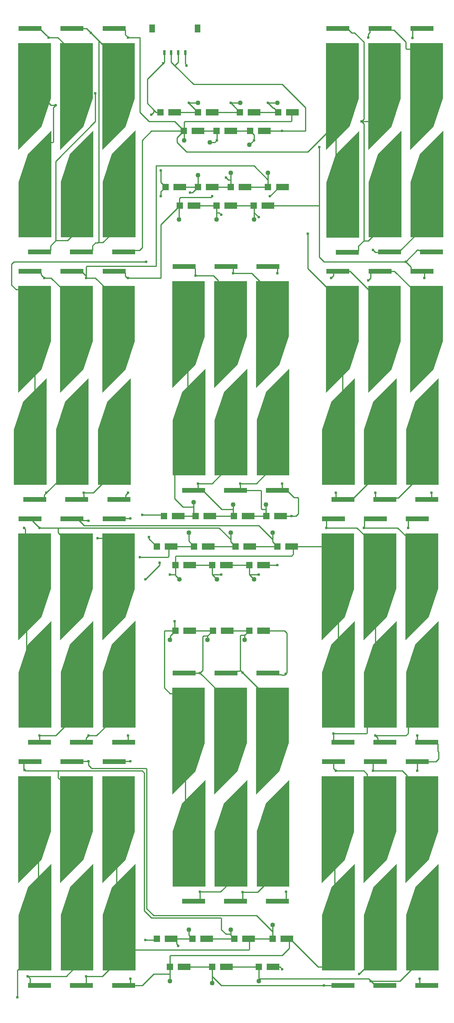
<source format=gtl>
G04*
G04 #@! TF.GenerationSoftware,Altium Limited,Altium Designer,19.1.9 (167)*
G04*
G04 Layer_Physical_Order=1*
G04 Layer_Color=255*
%FSLAX44Y44*%
%MOMM*%
G71*
G01*
G75*
%ADD12C,0.2540*%
%ADD13R,1.4001X1.4001*%
%ADD14R,2.7000X1.4001*%
%ADD15C,1.5240*%
%ADD16R,5.0000X1.0000*%
%ADD17R,1.5240X1.5240*%
%ADD18R,1.2500X1.8000*%
%ADD19R,0.6000X1.0000*%
%ADD20C,1.0160*%
%ADD29C,0.6000*%
G36*
X924440Y899340D02*
X904440Y839340D01*
X854440Y789340D01*
Y1017940D01*
X924440D01*
Y899340D01*
D02*
G37*
G36*
X834440D02*
X814440Y839340D01*
X764440Y789340D01*
Y1017940D01*
X834440D01*
Y899340D01*
D02*
G37*
G36*
X744440D02*
X724440Y839340D01*
X674440Y789340D01*
Y1017940D01*
X744440D01*
Y899340D01*
D02*
G37*
G36*
X274440D02*
X254440Y839340D01*
X204440Y789340D01*
Y1017940D01*
X274440D01*
Y899340D01*
D02*
G37*
G36*
X184440D02*
X164440Y839340D01*
X114440Y789340D01*
Y1017940D01*
X184440D01*
Y899340D01*
D02*
G37*
G36*
X94440D02*
X74440Y839340D01*
X24440Y789340D01*
Y1017940D01*
X94440D01*
Y899340D01*
D02*
G37*
G36*
X925560Y602060D02*
X855560D01*
Y720660D01*
X875560Y780660D01*
X925560Y830660D01*
Y602060D01*
D02*
G37*
G36*
X835560D02*
X765560D01*
Y720660D01*
X785560Y780660D01*
X835560Y830660D01*
Y602060D01*
D02*
G37*
G36*
X745560D02*
X675560D01*
Y720660D01*
X695560Y780660D01*
X745560Y830660D01*
Y602060D01*
D02*
G37*
G36*
X275560D02*
X205560D01*
Y720660D01*
X225560Y780660D01*
X275560Y830660D01*
Y602060D01*
D02*
G37*
G36*
X185560D02*
X115560D01*
Y720660D01*
X135560Y780660D01*
X185560Y830660D01*
Y602060D01*
D02*
G37*
G36*
X95560D02*
X25560D01*
Y720660D01*
X45560Y780660D01*
X95560Y830660D01*
Y602060D01*
D02*
G37*
G36*
X604440Y569340D02*
X584440Y509340D01*
X534440Y459340D01*
Y687940D01*
X604440D01*
Y569340D01*
D02*
G37*
G36*
X514440D02*
X494440Y509340D01*
X444440Y459340D01*
Y687940D01*
X514440D01*
Y569340D01*
D02*
G37*
G36*
X424440D02*
X404440Y509340D01*
X354440Y459340D01*
Y687940D01*
X424440D01*
Y569340D01*
D02*
G37*
G36*
X274440Y379340D02*
X254440Y319340D01*
X204440Y269340D01*
Y497940D01*
X274440D01*
Y379340D01*
D02*
G37*
G36*
X184440D02*
X164440Y319340D01*
X114440Y269340D01*
Y497940D01*
X184440D01*
Y379340D01*
D02*
G37*
G36*
X94440D02*
X74440Y319340D01*
X24440Y269340D01*
Y497940D01*
X94440D01*
Y379340D01*
D02*
G37*
G36*
X924440Y379340D02*
X904440Y319340D01*
X854440Y269340D01*
Y497940D01*
X924440D01*
Y379340D01*
D02*
G37*
G36*
X834440D02*
X814440Y319340D01*
X764440Y269340D01*
Y497940D01*
X834440D01*
Y379340D01*
D02*
G37*
G36*
X744440D02*
X724440Y319340D01*
X674440Y269340D01*
Y497940D01*
X744440D01*
Y379340D01*
D02*
G37*
G36*
X605560Y262060D02*
X535560D01*
Y380660D01*
X555560Y440660D01*
X605560Y490660D01*
Y262060D01*
D02*
G37*
G36*
X515560D02*
X445560D01*
Y380660D01*
X465560Y440660D01*
X515560Y490660D01*
Y262060D01*
D02*
G37*
G36*
X425560D02*
X355560D01*
Y380660D01*
X375560Y440660D01*
X425560Y490660D01*
Y262060D01*
D02*
G37*
G36*
X275560Y82060D02*
X205560D01*
Y200660D01*
X225560Y260660D01*
X275560Y310660D01*
Y82060D01*
D02*
G37*
G36*
X185560D02*
X115560D01*
Y200660D01*
X135560Y260660D01*
X185560Y310660D01*
Y82060D01*
D02*
G37*
G36*
X95560D02*
X25560D01*
Y200660D01*
X45560Y260660D01*
X95560Y310660D01*
Y82060D01*
D02*
G37*
G36*
X925560Y82060D02*
X855560D01*
Y200660D01*
X875560Y260660D01*
X925560Y310660D01*
Y82060D01*
D02*
G37*
G36*
X835560D02*
X765560D01*
Y200660D01*
X785560Y260660D01*
X835560Y310660D01*
Y82060D01*
D02*
G37*
G36*
X745560D02*
X675560D01*
Y200660D01*
X695560Y260660D01*
X745560Y310660D01*
Y82060D01*
D02*
G37*
G36*
X934440Y1949340D02*
X914440Y1889340D01*
X864440Y1839340D01*
Y2067940D01*
X934440D01*
Y1949340D01*
D02*
G37*
G36*
X844440D02*
X824440Y1889340D01*
X774440Y1839340D01*
Y2067940D01*
X844440D01*
Y1949340D01*
D02*
G37*
G36*
X754440D02*
X734440Y1889340D01*
X684440Y1839340D01*
Y2067940D01*
X754440D01*
Y1949340D01*
D02*
G37*
G36*
X274440D02*
X254440Y1889340D01*
X204440Y1839340D01*
Y2067940D01*
X274440D01*
Y1949340D01*
D02*
G37*
G36*
X184440D02*
X164440Y1889340D01*
X114440Y1839340D01*
Y2067940D01*
X184440D01*
Y1949340D01*
D02*
G37*
G36*
X94440D02*
X74440Y1889340D01*
X24440Y1839340D01*
Y2067940D01*
X94440D01*
Y1949340D01*
D02*
G37*
G36*
X935560Y1652060D02*
X865560D01*
Y1770660D01*
X885560Y1830660D01*
X935560Y1880660D01*
Y1652060D01*
D02*
G37*
G36*
X845560D02*
X775560D01*
Y1770660D01*
X795560Y1830660D01*
X845560Y1880660D01*
Y1652060D01*
D02*
G37*
G36*
X275560D02*
X205560D01*
Y1770660D01*
X225560Y1830660D01*
X275560Y1880660D01*
Y1652060D01*
D02*
G37*
G36*
X185560D02*
X115560D01*
Y1770660D01*
X135560Y1830660D01*
X185560Y1880660D01*
Y1652060D01*
D02*
G37*
G36*
X95560D02*
X25560D01*
Y1770660D01*
X45560Y1830660D01*
X95560Y1880660D01*
Y1652060D01*
D02*
G37*
G36*
X755000Y1651400D02*
X685000D01*
Y1770000D01*
X705000Y1830000D01*
X755000Y1880000D01*
Y1651400D01*
D02*
G37*
G36*
X604440Y1439340D02*
X584440Y1379340D01*
X534440Y1329340D01*
Y1557940D01*
X604440D01*
Y1439340D01*
D02*
G37*
G36*
X514440D02*
X494440Y1379340D01*
X444440Y1329340D01*
Y1557940D01*
X514440D01*
Y1439340D01*
D02*
G37*
G36*
X424440D02*
X404440Y1379340D01*
X354440Y1329340D01*
Y1557940D01*
X424440D01*
Y1439340D01*
D02*
G37*
G36*
X934440Y1429340D02*
X914440Y1369340D01*
X864440Y1319340D01*
Y1547940D01*
X934440D01*
Y1429340D01*
D02*
G37*
G36*
X844440D02*
X824440Y1369340D01*
X774440Y1319340D01*
Y1547940D01*
X844440D01*
Y1429340D01*
D02*
G37*
G36*
X754440D02*
X734440Y1369340D01*
X684440Y1319340D01*
Y1547940D01*
X754440D01*
Y1429340D01*
D02*
G37*
G36*
X274440D02*
X254440Y1369340D01*
X204440Y1319340D01*
Y1547940D01*
X274440D01*
Y1429340D01*
D02*
G37*
G36*
X184440D02*
X164440Y1369340D01*
X114440Y1319340D01*
Y1547940D01*
X184440D01*
Y1429340D01*
D02*
G37*
G36*
X94440D02*
X74440Y1369340D01*
X24440Y1319340D01*
Y1547940D01*
X94440D01*
Y1429340D01*
D02*
G37*
G36*
X605560Y1142060D02*
X535560D01*
Y1260660D01*
X555560Y1320660D01*
X605560Y1370660D01*
Y1142060D01*
D02*
G37*
G36*
X515560D02*
X445560D01*
Y1260660D01*
X465560Y1320660D01*
X515560Y1370660D01*
Y1142060D01*
D02*
G37*
G36*
X425560D02*
X355560D01*
Y1260660D01*
X375560Y1320660D01*
X425560Y1370660D01*
Y1142060D01*
D02*
G37*
G36*
X925560Y1122060D02*
X855560D01*
Y1240660D01*
X875560Y1300660D01*
X925560Y1350660D01*
Y1122060D01*
D02*
G37*
G36*
X835560D02*
X765560D01*
Y1240660D01*
X785560Y1300660D01*
X835560Y1350660D01*
Y1122060D01*
D02*
G37*
G36*
X745560D02*
X675560D01*
Y1240660D01*
X695560Y1300660D01*
X745560Y1350660D01*
Y1122060D01*
D02*
G37*
G36*
X265560D02*
X195560D01*
Y1240660D01*
X215560Y1300660D01*
X265560Y1350660D01*
Y1122060D01*
D02*
G37*
G36*
X175560D02*
X105560D01*
Y1240660D01*
X125560Y1300660D01*
X175560Y1350660D01*
Y1122060D01*
D02*
G37*
G36*
X85560D02*
X15560D01*
Y1240660D01*
X35560Y1300660D01*
X85560Y1350660D01*
Y1122060D01*
D02*
G37*
D12*
X382500Y2023436D02*
Y2047530D01*
Y2023436D02*
X385000Y2020936D01*
X352500Y2027500D02*
Y2047530D01*
X335000Y2025000D02*
X337500Y2027500D01*
X367500Y2027500D02*
Y2047530D01*
X337500Y2027500D02*
Y2047530D01*
X385000Y2020000D02*
Y2020936D01*
X360000Y2020000D02*
X367500Y2027500D01*
X352500D02*
X360000Y2020000D01*
X535000Y1125000D02*
X560000Y1150000D01*
X500000Y1125000D02*
X535000D01*
X440000D02*
X465000Y1150000D01*
X410000Y1125000D02*
X440000D01*
X545000Y1552500D02*
Y1555000D01*
X525000Y1575000D02*
X545000Y1555000D01*
X485000Y1575000D02*
X525000D01*
X452500Y1552500D02*
Y1560000D01*
X442500Y1570000D02*
X452500Y1560000D01*
X405000Y1570000D02*
X442500D01*
X327500Y950000D02*
Y955000D01*
X297500Y920000D02*
X327500Y950000D01*
X319001Y147500D02*
X321501Y150000D01*
X297500Y147500D02*
X319001D01*
X387500Y1317500D02*
Y1372500D01*
X390000Y1375000D01*
X400000Y1075000D02*
Y1085000D01*
Y1060000D02*
Y1075000D01*
X377500D02*
X400000D01*
X360000Y1092500D02*
X377500Y1075000D01*
X360000Y1092500D02*
Y1145000D01*
X334001Y1057500D02*
X336501Y1055000D01*
X290000Y1057500D02*
X334001D01*
X470498Y950000D02*
X520000D01*
X437500D02*
X440000Y947500D01*
Y930000D02*
Y947500D01*
X391999Y950000D02*
X437500D01*
X610498Y990000D02*
X710000D01*
X520498D02*
X580000D01*
X431999D02*
X490000D01*
X337500Y808512D02*
X338988Y810000D01*
X361501D01*
X337500Y687500D02*
Y808512D01*
Y687500D02*
X350000Y675000D01*
X362500D01*
X382500Y442500D02*
Y495000D01*
X537500Y250000D02*
X557500Y270000D01*
X505000Y250000D02*
X537500D01*
X458161Y250661D02*
X482500Y275000D01*
X414339Y250661D02*
X458161D01*
X505000Y720000D02*
X552500Y672500D01*
X452500Y675000D02*
Y681179D01*
X414339Y719339D02*
X452500Y681179D01*
X358499Y150000D02*
X397503D01*
X367500Y135000D02*
Y135936D01*
X364229Y139207D02*
X367500Y135936D01*
X364229Y139207D02*
Y144270D01*
X358499Y150000D02*
X364229Y144270D01*
X351999Y150000D02*
X358499D01*
X22500Y25000D02*
Y82500D01*
X30000Y90000D01*
X267500Y130000D02*
X271408Y126092D01*
X518512D01*
X67500Y272500D02*
Y347500D01*
X235000Y257500D02*
Y310000D01*
X518512Y126092D02*
X520000Y127580D01*
Y148001D01*
X518001Y150000D02*
X520000Y148001D01*
X127500Y70000D02*
X142500Y85000D01*
X45000Y70000D02*
X127500D01*
X205000D02*
X227500Y92500D01*
X170000Y70000D02*
X205000D01*
X110000Y510000D02*
X290000D01*
X40000D02*
X110000D01*
Y495000D02*
X122500Y482500D01*
X110000Y495000D02*
Y510000D01*
X755000Y75000D02*
X765000Y85000D01*
X772500D01*
X720160Y50661D02*
X720820Y50000D01*
X540000Y65000D02*
X775820D01*
X780820Y60000D01*
X790160Y50661D01*
X780000Y60000D02*
X780820D01*
X842500D02*
X875000Y92500D01*
X780820Y60000D02*
X842500D01*
X666998Y90000D02*
X685000D01*
X606998Y150000D02*
X666998Y90000D01*
X600498Y150000D02*
X606998D01*
X702500Y255000D02*
X707500Y250000D01*
X702500Y255000D02*
Y302500D01*
X857500Y485000D02*
Y500000D01*
X847500Y510000D02*
X857500Y500000D01*
X785000Y510000D02*
X847500D01*
X772500Y485000D02*
Y502500D01*
X765000Y510000D02*
X772500Y502500D01*
X705000Y510000D02*
X765000D01*
X860000Y615000D02*
X865000Y620000D01*
X860000Y590000D02*
Y615000D01*
X855000Y585000D02*
X860000Y590000D01*
X790000Y585000D02*
X855000D01*
X772500Y612500D02*
X780000Y620000D01*
X772500Y591488D02*
Y612500D01*
X771012Y590000D02*
X772500Y591488D01*
X700000Y590000D02*
X771012D01*
X790000Y765000D02*
X792500Y762500D01*
X790000Y765000D02*
Y822500D01*
X710000Y790000D02*
X715000Y785000D01*
X710000Y790000D02*
Y830000D01*
X837500Y1030000D02*
X860000Y1007500D01*
X765000Y1030000D02*
X837500D01*
X750000D02*
X770000Y1010000D01*
X685000Y1030000D02*
X750000D01*
X353230Y990000D02*
X401501D01*
X347500Y984270D02*
X353230Y990000D01*
X347500Y970000D02*
Y984270D01*
X345000Y967500D02*
X347500Y970000D01*
X285000Y967500D02*
X345000D01*
X175000Y585000D02*
X192500D01*
X170185Y580185D02*
X175000Y585000D01*
X37500Y1030000D02*
X40000Y1027500D01*
Y1012500D02*
Y1027500D01*
X210000Y1007500D02*
X222500Y995000D01*
X195000Y1007500D02*
X210000D01*
X192500Y585000D02*
X227500Y620000D01*
X105000Y585000D02*
X150000Y630000D01*
X70000Y585000D02*
X105000D01*
X42500Y752500D02*
X45000Y750000D01*
X42500Y752500D02*
Y815000D01*
X110000Y1030000D02*
X455000D01*
X70000D02*
X110000D01*
Y1020000D02*
X117500Y1012500D01*
X110000Y1020000D02*
Y1030000D01*
X393162Y1748162D02*
X398162D01*
X392500Y1747500D02*
X393162Y1748162D01*
X398162D02*
X410000Y1760000D01*
X437500Y1737500D02*
X440000Y1740000D01*
X372707Y1737500D02*
X437500D01*
X370000Y1734793D02*
X372707Y1737500D01*
X370000Y1721003D02*
Y1734793D01*
X171488Y1590000D02*
X320000D01*
X170000Y1588512D02*
X171488Y1590000D01*
X320000D02*
Y1805000D01*
X530000D01*
X330000Y1678997D02*
X369502Y1718499D01*
X330000Y1565000D02*
Y1678997D01*
X260000Y1565000D02*
X330000D01*
X15000Y1600000D02*
X298512D01*
X310000Y1880000D02*
X379502D01*
X290000Y1630000D02*
Y1860000D01*
X310000Y1880000D01*
X10000Y1595000D02*
X15000Y1600000D01*
X10000Y1550000D02*
Y1595000D01*
Y1550000D02*
X20000Y1540000D01*
X30000D01*
X379004Y1880498D02*
X380000D01*
X284391Y1624391D02*
X290000Y1630000D01*
X273890Y1624391D02*
X284391D01*
X60000Y1395000D02*
X65000Y1400000D01*
X60000Y1315000D02*
Y1395000D01*
X720000Y1365000D02*
X725000Y1370000D01*
X720000Y1315000D02*
Y1365000D01*
X645000Y1585000D02*
X690000Y1540000D01*
X645000Y1585000D02*
Y1660000D01*
X839390Y1094390D02*
X885000Y1140000D01*
X813890Y1094390D02*
X839390D01*
X810160Y1090660D02*
X813890Y1094390D01*
X780000Y1130500D02*
Y1135000D01*
X740160Y1090660D02*
X780000Y1130500D01*
X720160Y1090660D02*
X740160D01*
X830660Y1579339D02*
X870000Y1540000D01*
X799840Y1579339D02*
X830660D01*
X775000Y1540000D02*
X785000D01*
X735660Y1579339D02*
X775000Y1540000D01*
X709840Y1579339D02*
X735660D01*
X185000Y1105000D02*
X230000Y1150000D01*
X165000Y1105000D02*
X185000D01*
X85000D02*
X127634Y1147634D01*
X137634D01*
X140000Y1150000D01*
X190000Y1565000D02*
X220000Y1535000D01*
X170000Y1565000D02*
X190000D01*
X95000D02*
X130000Y1530000D01*
X80000Y1565000D02*
X95000D01*
X285000Y1920000D02*
Y2080000D01*
X260000D02*
X285000D01*
Y1920000D02*
X305000Y1900000D01*
X410000Y1760000D02*
X410000Y1760000D01*
X410000Y1760000D02*
Y1785000D01*
X891417Y1671918D02*
X891918D01*
X840160Y1620661D02*
X891417Y1671918D01*
X820160Y1620661D02*
X840160D01*
X891918Y1671918D02*
X900000Y1680000D01*
X885000Y2055000D02*
X890000Y2050000D01*
X856488Y2055000D02*
X885000D01*
X855000Y2056488D02*
X856488Y2055000D01*
X855000Y2056488D02*
Y2070000D01*
X829390Y2095609D02*
X855000Y2070000D01*
X803570Y2095609D02*
X829390D01*
X799840Y2099339D02*
X803570Y2095609D01*
X869840Y2078728D02*
Y2099339D01*
X765000Y2065000D02*
Y2070000D01*
Y1905000D02*
Y2065000D01*
Y1644900D02*
X774900D01*
X810000Y1680000D01*
X760000Y1900000D02*
X780000D01*
X705000Y1815000D02*
X710000Y1810000D01*
X705000Y1815000D02*
Y1875000D01*
X745185Y2089815D02*
X765000Y2070000D01*
X739364Y2089815D02*
X745185D01*
X760000Y1900000D02*
X765000Y1905000D01*
X760000Y1900000D02*
X765000Y1895000D01*
Y1644900D02*
Y1895000D01*
X753330Y1633230D02*
X765000Y1644900D01*
X695000Y1885000D02*
X695000D01*
X645000Y1835000D02*
X695000Y1885000D01*
X195905Y1640905D02*
X196810Y1641810D01*
X195000Y1640000D02*
X195905Y1640905D01*
X205905D02*
X225000Y1660000D01*
X195905Y1640905D02*
X205905D01*
X145000Y1660000D02*
Y1670000D01*
X130000Y1645000D02*
X145000Y1660000D01*
X105000Y1645000D02*
X130000D01*
X196810Y2073190D02*
X210000Y2060000D01*
X125000Y2064130D02*
X128512D01*
X119463D02*
X125000D01*
X109130Y2080000D02*
X125000Y2064130D01*
X90000Y2080000D02*
X109130D01*
X90000Y1850000D02*
X95000Y1855000D01*
X98512D01*
X100000Y1856488D01*
Y1930000D01*
X105000Y1935000D01*
X80000Y1945000D02*
X85000D01*
X95000Y1935000D01*
X105000D01*
X570682Y89815D02*
X585602D01*
X570498Y90000D02*
X570682Y89815D01*
X585602D02*
X590418Y85000D01*
X580000Y1575000D02*
Y1585609D01*
X576270Y1589339D02*
X580000Y1585609D01*
X559840Y1589339D02*
X576270D01*
X485000Y1575000D02*
Y1585609D01*
X481270Y1589339D02*
X485000Y1585609D01*
X469840Y1589339D02*
X481270D01*
X405000Y1570000D02*
Y1570936D01*
X403570Y1572366D02*
X405000Y1570936D01*
X403570Y1572366D02*
Y1585609D01*
X399840Y1589339D02*
X403570Y1585609D01*
X379840Y1589339D02*
X399840D01*
X586270Y1110660D02*
X600160D01*
X590000Y1114390D02*
Y1125000D01*
X586270Y1110660D02*
X590000Y1114390D01*
X580160Y1110660D02*
X586270D01*
X496270D02*
X543512D01*
X500000Y1114390D02*
Y1125000D01*
X496270Y1110660D02*
X500000Y1114390D01*
X490160Y1110660D02*
X496270D01*
X406270D02*
X420160D01*
X400160D02*
X406270D01*
X410000Y1114390D02*
Y1125000D01*
X406270Y1110660D02*
X410000Y1114390D01*
X598750Y234390D02*
Y251250D01*
X595020Y230660D02*
X598750Y234390D01*
X580160Y230660D02*
X595020D01*
X597500Y717500D02*
X600000Y720000D01*
X595000Y715000D02*
X597500Y717500D01*
X414339Y234390D02*
Y250661D01*
X410609Y230660D02*
X414339Y234390D01*
X400160Y230660D02*
X410609D01*
X505000Y234390D02*
Y250000D01*
X501270Y230660D02*
X505000Y234390D01*
X490160Y230660D02*
X501270D01*
X500000Y725000D02*
X505000Y720000D01*
X505000D01*
X498069Y723069D02*
X500000Y725000D01*
X473570Y723069D02*
X498069D01*
X469840Y719339D02*
X473570Y723069D01*
X500000Y725000D02*
Y798512D01*
X501488Y800000D01*
X510000D01*
X379840Y719339D02*
X414339D01*
X420000Y725000D01*
Y797402D01*
X421488Y798890D01*
X430391D01*
X589590Y715000D02*
X595000D01*
X588980Y715609D02*
X589590Y715000D01*
X563570Y715609D02*
X588980D01*
X559840Y719339D02*
X563570Y715609D01*
X600000Y720000D02*
Y805000D01*
X595000Y810000D02*
X600000Y805000D01*
X550498Y810000D02*
X595000D01*
X510000Y800000D02*
X520000Y810000D01*
X510000Y790000D02*
Y800000D01*
X430391Y790391D02*
Y798890D01*
X430000Y790000D02*
X430391Y790391D01*
Y798890D02*
X441501Y810000D01*
X350391Y790391D02*
Y798890D01*
X350000Y790000D02*
X350391Y790391D01*
Y798890D02*
X361501Y810000D01*
X360000Y811501D02*
X361501Y810000D01*
X360000Y811501D02*
Y830000D01*
X610000Y1055000D02*
X620000D01*
X586999D02*
X610000D01*
X620000D02*
X625000Y1060000D01*
Y1093512D01*
X623512Y1095000D02*
X625000Y1093512D01*
X615821Y1095000D02*
X623512D01*
X600160Y1110660D02*
X615821Y1095000D01*
X555000Y1070000D02*
Y1075000D01*
Y1056501D02*
Y1070000D01*
X546488D02*
X555000D01*
X545000Y1071488D02*
X546488Y1070000D01*
X545000Y1071488D02*
Y1109173D01*
X543512Y1110660D02*
X545000Y1109173D01*
X485000Y1070000D02*
Y1080000D01*
Y1056501D02*
Y1070000D01*
X460820D02*
X485000D01*
X420160Y1110660D02*
X460820Y1070000D01*
X390000Y1939502D02*
X390498Y1940000D01*
X925000Y535000D02*
Y550410D01*
X923890Y551520D02*
X925000Y550410D01*
X923890Y551520D02*
Y566931D01*
X920160Y570661D02*
X923890Y566931D01*
X900160Y570661D02*
X920160D01*
X919340Y529339D02*
X925000Y535000D01*
X879840Y529339D02*
X919340D01*
X879840Y510160D02*
X880000Y510000D01*
X879840Y510160D02*
Y529339D01*
X885000Y54391D02*
Y65000D01*
Y54391D02*
X888730Y50661D01*
X900160D01*
X785000Y510000D02*
Y525610D01*
X788730Y529339D01*
X789840D01*
X540000Y65000D02*
Y90000D01*
Y60000D02*
Y65000D01*
X790160Y50661D02*
X810160D01*
X705610Y50000D02*
X710000Y54391D01*
X713730Y50661D01*
X699840Y515160D02*
X705000Y510000D01*
X699840Y515160D02*
Y529339D01*
X713730Y50661D02*
X720160D01*
X459339D02*
X713730D01*
X440000Y70000D02*
Y90000D01*
Y55000D02*
Y70000D01*
X459339Y50661D01*
X229840Y529339D02*
X230501Y530000D01*
X265000D01*
Y50000D02*
Y65000D01*
Y50000D02*
X290000D01*
X350000Y75000D02*
Y90000D01*
Y60000D02*
Y75000D01*
X290000Y50000D02*
X315000Y75000D01*
X350000D01*
X540000Y90000D02*
X540000Y90000D01*
X440000Y90000D02*
X440000Y90000D01*
X350000Y90000D02*
X350000Y90000D01*
X166270Y50661D02*
X170000Y54391D01*
X160160Y50661D02*
X166270D01*
X170000Y54391D02*
Y70000D01*
X298432Y515080D02*
X299920Y513592D01*
X181390Y515080D02*
X298432D01*
X299920Y507264D02*
Y513592D01*
X155000Y529339D02*
X155660Y530000D01*
X175000D01*
Y522000D02*
Y530000D01*
Y522000D02*
X181390Y515610D01*
X534920Y200080D02*
X570000Y165000D01*
X314920Y200080D02*
X534920D01*
X300080Y214920D02*
X314920Y200080D01*
X300080Y214920D02*
Y507104D01*
X299920Y507264D02*
X300080Y507104D01*
X570000Y165000D02*
Y180000D01*
Y150000D02*
Y165000D01*
X570000Y150000D02*
X570000Y150000D01*
X49815Y54391D02*
Y65185D01*
Y54391D02*
X53545Y50661D01*
X70160D01*
X45000Y70000D02*
X49815Y65185D01*
X38026Y511974D02*
X40000Y510000D01*
X36052Y513948D02*
X38026Y511974D01*
X480000Y160000D02*
Y170000D01*
Y157503D02*
Y160000D01*
X36052Y513948D02*
Y525610D01*
X39782Y529339D01*
X49840D01*
X290000Y510000D02*
X295000Y505000D01*
Y210000D02*
Y505000D01*
Y210000D02*
X310000Y195000D01*
X458512D01*
X460000Y193512D01*
Y170000D02*
Y193512D01*
Y170000D02*
X470000Y160000D01*
X480000D01*
X301052Y1991052D02*
X335000Y2025000D01*
X860000Y1030000D02*
Y1045610D01*
X863730Y1049340D01*
X879840D01*
X880000Y574390D02*
Y585000D01*
Y574390D02*
X883730Y570661D01*
X900160D01*
X550498Y950000D02*
X580000D01*
X794815Y574390D02*
Y580185D01*
Y574390D02*
X798545Y570661D01*
X810160D01*
X790000Y585000D02*
X794815Y580185D01*
X765000Y1030000D02*
Y1030936D01*
X766110Y1032046D01*
Y1045610D01*
X769840Y1049340D01*
X789840D01*
X700000Y574390D02*
Y590000D01*
Y574390D02*
X703730Y570661D01*
X720160D01*
X520000Y930000D02*
X530000Y920000D01*
X520000Y930000D02*
X520000Y930000D01*
X540000D01*
X685000Y1030000D02*
Y1045610D01*
X688730Y1049340D01*
X699840D01*
X440000Y930000D02*
X450000Y920000D01*
X440000Y930000D02*
X440000Y930000D01*
X460000D01*
X361501Y928499D02*
Y950000D01*
X350000Y930000D02*
X360000D01*
X229840Y1049340D02*
X230501Y1050000D01*
X265000D01*
X260000Y574390D02*
Y585000D01*
X256270Y570661D02*
X260000Y574390D01*
X250160Y570661D02*
X256270D01*
X70160D02*
Y584840D01*
X70000Y585000D02*
X70160Y584840D01*
X170185Y574390D02*
Y580185D01*
X166455Y570661D02*
X170185Y574390D01*
X160160Y570661D02*
X166455D01*
X155000Y1045610D02*
X165529Y1035080D01*
X151270Y1049340D02*
X155000Y1045610D01*
X174391D01*
X143570D02*
X155000D01*
X174391D02*
X175000Y1045000D01*
X139840Y1049340D02*
X143570Y1045610D01*
X539920Y1035080D02*
X570000Y1005000D01*
X165529Y1035080D02*
X539920D01*
X570000Y1005000D02*
Y1020000D01*
Y1000000D02*
Y1005000D01*
X139840Y1049340D02*
X151270D01*
X455000Y1030000D02*
X480000Y1005000D01*
X55000Y1045000D02*
X70000Y1030000D01*
X480000Y1005000D02*
Y1020000D01*
Y1000000D02*
Y1005000D01*
X390000Y1001501D02*
Y1020000D01*
X330000Y1740000D02*
Y1750000D01*
X340000Y1760000D01*
X305000Y1006501D02*
Y1010000D01*
Y1006501D02*
X321501Y990000D01*
X555000Y1056501D02*
X556501Y1055000D01*
X485000Y1056501D02*
X486501Y1055000D01*
X400000Y1060000D02*
X405000Y1055000D01*
X471999Y810000D02*
X520000D01*
X391999D02*
X441501D01*
X516999Y1055000D02*
X556501D01*
X435498D02*
X486501D01*
X366999D02*
X405000D01*
X380498Y90000D02*
X440000D01*
X470498D02*
X540000D01*
X518001Y150000D02*
X570000D01*
X428001D02*
X487503D01*
X480000Y157503D02*
X487503Y150000D01*
X390000Y157503D02*
X397503Y150000D01*
X390000Y157503D02*
Y170000D01*
X605000Y130000D02*
Y145498D01*
X600498Y150000D02*
X605000Y145498D01*
X590000Y115000D02*
X605000Y130000D01*
X351488Y115000D02*
X590000D01*
X350000Y113512D02*
X351488Y115000D01*
X350000Y90000D02*
Y113512D01*
X350000Y90000D02*
X350000Y90000D01*
X613948Y973948D02*
Y986550D01*
X610498Y990000D02*
X613948Y986550D01*
X610000Y970000D02*
X613948Y973948D01*
X363002Y970000D02*
X610000D01*
X361501Y968499D02*
X363002Y970000D01*
X361501Y950000D02*
Y968499D01*
Y928499D02*
X370000Y920000D01*
X520000Y930000D02*
Y950000D01*
X570000Y1000000D02*
X580000Y990000D01*
X480000Y1000000D02*
X490000Y990000D01*
X390000Y1001501D02*
X401501Y990000D01*
X369502Y1690000D02*
Y1718499D01*
X889840Y1579339D02*
X891270D01*
X869840D02*
X889840D01*
X895000Y1565000D02*
Y1575609D01*
X891270Y1579339D02*
X895000Y1575609D01*
X910000Y1094390D02*
Y1105000D01*
X906270Y1090660D02*
X910000Y1094390D01*
X900160Y1090660D02*
X906270D01*
X790000Y1094390D02*
Y1105000D01*
Y1094390D02*
X793730Y1090660D01*
X810160D01*
X779815Y1564815D02*
Y1575609D01*
X783545Y1579339D01*
X799840D01*
X775000Y1560000D02*
X779815Y1564815D01*
X530000Y1704751D02*
Y1719502D01*
Y1690000D02*
Y1704751D01*
X530249D01*
X540000Y1695000D01*
X705000Y1094390D02*
Y1105000D01*
Y1094390D02*
X708730Y1090660D01*
X720160D01*
X699815Y1569815D02*
Y1575609D01*
X703545Y1579339D01*
X709840D01*
X695000Y1565000D02*
X699815Y1569815D01*
X449502Y1705000D02*
X455000D01*
X460000Y1700000D01*
X449502Y1705000D02*
Y1720000D01*
Y1690000D02*
Y1705000D01*
X529502Y1720000D02*
X530000Y1719502D01*
X255185Y1094390D02*
Y1100185D01*
X251455Y1090660D02*
X255185Y1094390D01*
X240160Y1090660D02*
X251455D01*
X255185Y1100185D02*
X260000Y1105000D01*
X369502Y1718499D02*
X371003Y1720000D01*
X257896Y1565000D02*
X260000D01*
X253570Y1569326D02*
X257896Y1565000D01*
X253570Y1569326D02*
Y1575609D01*
X249840Y1579339D02*
X253570Y1575609D01*
X229840Y1579339D02*
X249840D01*
X315000Y1925000D02*
X320000Y1920000D01*
X301052Y1938948D02*
X315000Y1925000D01*
Y1920000D02*
Y1925000D01*
X309960Y1914960D02*
X315000Y1920000D01*
X320000Y1920000D02*
X329502D01*
X301052Y1938948D02*
Y1991052D01*
X305000Y1900000D02*
X359502D01*
X330000Y1770000D02*
Y1795000D01*
Y1770000D02*
X340000Y1760000D01*
X165000Y1094390D02*
Y1105000D01*
X161270Y1090660D02*
X165000Y1094390D01*
X150160Y1090660D02*
X161270D01*
X170000Y1569180D02*
Y1588512D01*
Y1565000D02*
Y1569180D01*
X159840Y1579339D02*
X170000Y1569180D01*
X139840Y1579339D02*
X159840D01*
X560000Y1775000D02*
Y1790000D01*
Y1760000D02*
Y1775000D01*
X530000Y1805000D02*
X560000Y1775000D01*
X560000Y1760000D02*
X560000Y1760000D01*
X80185Y1094390D02*
Y1100185D01*
X76455Y1090660D02*
X80185Y1094390D01*
X60160Y1090660D02*
X76455D01*
X80185Y1100185D02*
X85000Y1105000D01*
X73570Y1571430D02*
X80000Y1565000D01*
X73570Y1571430D02*
Y1575609D01*
X69840Y1579339D02*
X73570Y1575609D01*
X49840Y1579339D02*
X69840D01*
X480000Y1775000D02*
Y1790000D01*
Y1760000D02*
Y1775000D01*
X475000D02*
X480000D01*
X470000Y1780000D02*
X475000Y1775000D01*
X855000Y1600000D02*
X866110Y1588890D01*
Y1583069D02*
Y1588890D01*
Y1583069D02*
X869840Y1579339D01*
X670000Y1720000D02*
Y1845000D01*
Y1610000D02*
Y1720000D01*
X560000D02*
X670000D01*
X480000D02*
X529502D01*
X401501D02*
X449502D01*
X563998Y1740000D02*
X583998Y1760000D01*
X590498D01*
X510498Y1760000D02*
X560000D01*
X480000Y1760000D02*
X480000Y1760000D01*
X440498Y1760000D02*
X480000D01*
X370498Y1760000D02*
X410000D01*
X869840Y2099339D02*
X889840D01*
X880000Y1625000D02*
X882540D01*
X883149Y1624391D01*
X906430D01*
X910160Y1620661D01*
X855000Y1600000D02*
X880000Y1625000D01*
X680000Y1600000D02*
X855000D01*
X670000Y1610000D02*
X680000Y1600000D01*
X785000Y1625000D02*
X790000Y1620000D01*
X775000Y2087554D02*
X777975Y2090529D01*
X775000Y2080000D02*
Y2087554D01*
X777975Y2090529D02*
Y2097475D01*
X790000Y1620000D02*
X800000D01*
X520000Y1850000D02*
X530000Y1860000D01*
Y1871501D01*
X521501Y1880000D02*
X530000Y1871501D01*
X753330Y1623730D02*
Y1633230D01*
X749600Y1620000D02*
X753330Y1623730D01*
X729600Y1620000D02*
X749600D01*
X729840Y2099339D02*
X739364Y2089815D01*
X709840Y2099339D02*
X729840D01*
X190000Y1900000D02*
Y1960000D01*
X80000Y1920000D02*
X80966Y1920966D01*
X75000Y1920000D02*
X80000D01*
X85000Y1949407D02*
Y1950000D01*
X445000Y1855000D02*
X450000Y1860000D01*
X435000Y1855000D02*
X445000D01*
X449502Y1880000D02*
X450000Y1879502D01*
Y1860000D02*
Y1879502D01*
X560000Y1940000D02*
X580000D01*
X480000D02*
X500000D01*
X390498D02*
X410000D01*
X385000Y1835000D02*
X645000D01*
X365000Y1855000D02*
X385000Y1835000D01*
X365000Y1855000D02*
Y1865498D01*
X379502Y1880000D01*
X196810Y1641810D02*
Y2073190D01*
X190000Y1640000D02*
X195000D01*
X180000Y2090000D02*
X196810Y2073190D01*
X380000Y1860000D02*
Y1879502D01*
X379502Y1880000D02*
X380000Y1879502D01*
X270160Y1620661D02*
X273890Y1624391D01*
X250160Y1620661D02*
X270160D01*
X105000Y1815000D02*
X190000Y1900000D01*
X105000Y1645000D02*
Y1815000D01*
X93890Y1633890D02*
X105000Y1645000D01*
X360000Y2020000D02*
X400000Y1980000D01*
X590000D01*
X640000Y1930000D01*
Y1880000D02*
Y1930000D01*
X590000Y1880000D02*
X640000D01*
X183890Y1624391D02*
Y1633890D01*
X180160Y1620661D02*
X183890Y1624391D01*
X160160Y1620661D02*
X180160D01*
X183890Y1633890D02*
X190000Y1640000D01*
X93890Y1624391D02*
Y1633890D01*
X90160Y1620661D02*
X93890Y1624391D01*
X70160Y1620661D02*
X90160D01*
X359502Y1900000D02*
X379004Y1880498D01*
X253570Y2086430D02*
X260000Y2080000D01*
X253570Y2086430D02*
Y2095609D01*
X249840Y2099339D02*
X253570Y2095609D01*
X229840Y2099339D02*
X249840D01*
X170660D02*
X180000Y2090000D01*
X139840Y2099339D02*
X170660D01*
X570678Y1929322D02*
X572179D01*
X560000Y1940000D02*
X570678Y1929322D01*
X572179D02*
X581501Y1920000D01*
X484815Y1934687D02*
Y1935185D01*
Y1934687D02*
X499502Y1920000D01*
X480000Y1940000D02*
X484815Y1935185D01*
X390000Y1939502D02*
X409502Y1920000D01*
X128512Y2064130D02*
X130000Y2062642D01*
Y2060000D02*
Y2062642D01*
X84364Y2084815D02*
X85185D01*
X69840Y2099339D02*
X84364Y2084815D01*
X49840Y2099339D02*
X69840D01*
X85185Y2084815D02*
X90000Y2080000D01*
X49840Y2099339D02*
X53570Y2095609D01*
X551999Y1880000D02*
X590000D01*
X551999Y1880000D02*
X551999Y1880000D01*
X521501D02*
X521501Y1880000D01*
X480000Y1880000D02*
X521501D01*
X410000D02*
X449502D01*
X380000Y1880498D02*
Y1898512D01*
X381488Y1900000D01*
X608512D01*
X610000Y1901488D01*
Y1918001D01*
X611999Y1920000D01*
X530000D02*
X581501D01*
X440000D02*
X499502D01*
X360000D02*
X409502D01*
D13*
X336501Y1055000D02*
D03*
X556501D02*
D03*
X486501D02*
D03*
X405000D02*
D03*
X361501Y810000D02*
D03*
X520000D02*
D03*
X441501D02*
D03*
X520000Y950000D02*
D03*
X440000D02*
D03*
X361501D02*
D03*
X580000Y990000D02*
D03*
X490000D02*
D03*
X401501D02*
D03*
X540000Y90000D02*
D03*
X440000D02*
D03*
X350000D02*
D03*
X570000Y150000D02*
D03*
X487503D02*
D03*
X397503D02*
D03*
X529502Y1720000D02*
D03*
X449502D02*
D03*
X371003D02*
D03*
X379502Y1880000D02*
D03*
X449502D02*
D03*
X521501Y1880000D02*
D03*
X581501Y1920000D02*
D03*
X499502D02*
D03*
X409502D02*
D03*
X560000Y1760000D02*
D03*
X340000Y1760000D02*
D03*
X410000Y1760000D02*
D03*
X480000Y1760000D02*
D03*
X321501Y150000D02*
D03*
Y990000D02*
D03*
X329502Y1920000D02*
D03*
D14*
X366999Y1055000D02*
D03*
X586999D02*
D03*
X516999D02*
D03*
X435498D02*
D03*
X391999Y810000D02*
D03*
X550498D02*
D03*
X471999D02*
D03*
X550498Y950000D02*
D03*
X470498D02*
D03*
X391999D02*
D03*
X610498Y990000D02*
D03*
X520498D02*
D03*
X431999D02*
D03*
X570498Y90000D02*
D03*
X470498D02*
D03*
X380498D02*
D03*
X600498Y150000D02*
D03*
X518001D02*
D03*
X428001D02*
D03*
X560000Y1720000D02*
D03*
X480000D02*
D03*
X401501D02*
D03*
X410000Y1880000D02*
D03*
X480000D02*
D03*
X551999Y1880000D02*
D03*
X611999Y1920000D02*
D03*
X530000D02*
D03*
X440000D02*
D03*
X590498Y1760000D02*
D03*
X370498Y1760000D02*
D03*
X440498Y1760000D02*
D03*
X510498Y1760000D02*
D03*
X351999Y150000D02*
D03*
Y990000D02*
D03*
X360000Y1920000D02*
D03*
D15*
X60000Y110000D02*
D03*
Y990000D02*
D03*
X240000Y1520000D02*
D03*
X150000D02*
D03*
X60000D02*
D03*
X900000Y1680000D02*
D03*
X810000D02*
D03*
X719440Y1679340D02*
D03*
X900000Y2040000D02*
D03*
X810000D02*
D03*
X720000D02*
D03*
X240000Y1680000D02*
D03*
X150000D02*
D03*
X240000Y2040000D02*
D03*
X60000Y1680000D02*
D03*
X60000Y470000D02*
D03*
X390000Y1170000D02*
D03*
X390000Y1530000D02*
D03*
X60000Y630000D02*
D03*
X50000Y1150000D02*
D03*
X150000Y110000D02*
D03*
Y470000D02*
D03*
X480000Y1170000D02*
D03*
Y1530000D02*
D03*
X150000Y630000D02*
D03*
X150000Y990000D02*
D03*
X140000Y1150000D02*
D03*
X240000Y110000D02*
D03*
Y470000D02*
D03*
X570000Y1170000D02*
D03*
X570000Y1530000D02*
D03*
X240000Y630000D02*
D03*
X240000Y990000D02*
D03*
X230000Y1150000D02*
D03*
X710000Y110000D02*
D03*
Y470000D02*
D03*
X390000Y290000D02*
D03*
Y660000D02*
D03*
X710000Y630000D02*
D03*
X710000Y990000D02*
D03*
X710000Y1150000D02*
D03*
X720000Y1520000D02*
D03*
X800000Y110000D02*
D03*
Y470000D02*
D03*
X480000Y290000D02*
D03*
X480000Y660000D02*
D03*
X800000Y630000D02*
D03*
X800000Y990000D02*
D03*
X800000Y1150000D02*
D03*
X810000Y1520000D02*
D03*
X890000Y110000D02*
D03*
Y470000D02*
D03*
X570000Y290000D02*
D03*
Y660000D02*
D03*
X890000Y630000D02*
D03*
X890000Y990000D02*
D03*
X890000Y1150000D02*
D03*
X900000Y1520000D02*
D03*
D16*
X70160Y50661D02*
D03*
X49840Y1049340D02*
D03*
X229840Y1579339D02*
D03*
X139840D02*
D03*
X49840D02*
D03*
X910160Y1620661D02*
D03*
X820160D02*
D03*
X729600Y1620000D02*
D03*
X889840Y2099339D02*
D03*
X799840D02*
D03*
X709840D02*
D03*
X250160Y1620661D02*
D03*
X160160D02*
D03*
X229840Y2099339D02*
D03*
X139840D02*
D03*
X49840D02*
D03*
X70160Y1620661D02*
D03*
X49840Y529339D02*
D03*
X400160Y1110660D02*
D03*
X379840Y1589339D02*
D03*
X70160Y570661D02*
D03*
X60160Y1090660D02*
D03*
X160160Y50661D02*
D03*
X139840Y529339D02*
D03*
X490160Y1110660D02*
D03*
X469840Y1589339D02*
D03*
X160160Y570661D02*
D03*
X139840Y1049340D02*
D03*
X150160Y1090660D02*
D03*
X250160Y50661D02*
D03*
X229840Y529339D02*
D03*
X580160Y1110660D02*
D03*
X559840Y1589339D02*
D03*
X250160Y570661D02*
D03*
X229840Y1049340D02*
D03*
X240160Y1090660D02*
D03*
X720160Y50661D02*
D03*
X699840Y529339D02*
D03*
X400160Y230660D02*
D03*
X379840Y719339D02*
D03*
X720160Y570661D02*
D03*
X699840Y1049340D02*
D03*
X720160Y1090660D02*
D03*
X709840Y1579339D02*
D03*
X810160Y50661D02*
D03*
X789840Y529339D02*
D03*
X490160Y230660D02*
D03*
X469840Y719339D02*
D03*
X810160Y570661D02*
D03*
X789840Y1049340D02*
D03*
X810160Y1090660D02*
D03*
X799840Y1579339D02*
D03*
X900160Y50661D02*
D03*
X879840Y529339D02*
D03*
X580160Y230660D02*
D03*
X559840Y719339D02*
D03*
X900160Y570661D02*
D03*
X879840Y1049340D02*
D03*
X900160Y1090660D02*
D03*
X889840Y1579339D02*
D03*
D17*
X150000Y2040000D02*
D03*
X60000D02*
D03*
D18*
X311450Y2099430D02*
D03*
X408550D02*
D03*
D19*
X337500Y2047530D02*
D03*
X352500D02*
D03*
X367500D02*
D03*
X382500D02*
D03*
D20*
X520000Y1850000D02*
D03*
X410000Y1785000D02*
D03*
X435000Y1855000D02*
D03*
X380000Y1860000D02*
D03*
X480000Y1790000D02*
D03*
X350000Y60000D02*
D03*
X560000Y1790000D02*
D03*
X400000Y1085000D02*
D03*
X390000Y1020000D02*
D03*
X410000Y1940000D02*
D03*
X390000Y170000D02*
D03*
X480000D02*
D03*
X485000Y1080000D02*
D03*
X480000Y1020000D02*
D03*
X500000Y1940000D02*
D03*
X570000Y180000D02*
D03*
X555000Y1080000D02*
D03*
X570000Y1020000D02*
D03*
X580000Y1940000D02*
D03*
X350000Y790000D02*
D03*
X370000Y920000D02*
D03*
X369502Y1690000D02*
D03*
X440000Y55000D02*
D03*
X430000Y790000D02*
D03*
X530000Y920000D02*
D03*
X449502Y1690000D02*
D03*
X540000Y60000D02*
D03*
X510000Y790000D02*
D03*
X450000Y920000D02*
D03*
X530000Y1690000D02*
D03*
D29*
X335000Y2025000D02*
D03*
X385000Y2020000D02*
D03*
X327500Y955000D02*
D03*
X297500Y920000D02*
D03*
Y147500D02*
D03*
X290000Y1057500D02*
D03*
X367500Y135000D02*
D03*
X22500Y25000D02*
D03*
X755000Y75000D02*
D03*
X285000Y967500D02*
D03*
X175000Y585000D02*
D03*
X37500Y1030000D02*
D03*
X195000Y1007500D02*
D03*
X392500Y1747500D02*
D03*
X298512Y1600000D02*
D03*
X440000Y1740000D02*
D03*
X645000Y1660000D02*
D03*
X563998Y1740000D02*
D03*
X855000Y1600000D02*
D03*
X869840Y2078728D02*
D03*
X590418Y85000D02*
D03*
X580000Y1575000D02*
D03*
X485000D02*
D03*
X405000Y1570000D02*
D03*
X410000Y1125000D02*
D03*
X500000D02*
D03*
X590000D02*
D03*
X598750Y251250D02*
D03*
X597500Y717500D02*
D03*
X414339Y250661D02*
D03*
X505000Y250000D02*
D03*
Y720000D02*
D03*
X414339Y719339D02*
D03*
X360000Y830000D02*
D03*
X610000Y1055000D02*
D03*
X880000Y510000D02*
D03*
X885000Y65000D02*
D03*
X785000Y510000D02*
D03*
X780000Y60000D02*
D03*
X680000Y50000D02*
D03*
X705000Y510000D02*
D03*
X265000Y530000D02*
D03*
Y65000D02*
D03*
X170000Y70000D02*
D03*
X175000Y530000D02*
D03*
X45000Y70000D02*
D03*
X38026Y511974D02*
D03*
X880000Y585000D02*
D03*
X860000Y1030000D02*
D03*
X580000Y950000D02*
D03*
X790000Y585000D02*
D03*
X700000Y590000D02*
D03*
X765000Y1030000D02*
D03*
X540000Y930000D02*
D03*
X685000Y1030000D02*
D03*
X460000Y930000D02*
D03*
X350000D02*
D03*
X260000Y585000D02*
D03*
X265000Y1050000D02*
D03*
X70000Y585000D02*
D03*
X175000Y1045000D02*
D03*
X70000Y1030000D02*
D03*
X330000Y1740000D02*
D03*
X305000Y1010000D02*
D03*
X895000Y1565000D02*
D03*
X910000Y1105000D02*
D03*
X790000D02*
D03*
X775000Y1560000D02*
D03*
X540000Y1695000D02*
D03*
X705000Y1105000D02*
D03*
X695000Y1565000D02*
D03*
X460000Y1700000D02*
D03*
X260000Y1105000D02*
D03*
Y1565000D02*
D03*
X309960Y1914960D02*
D03*
X330000Y1795000D02*
D03*
X165000Y1105000D02*
D03*
X170000Y1565000D02*
D03*
X85000Y1105000D02*
D03*
X80000Y1565000D02*
D03*
X470000Y1780000D02*
D03*
X670000Y1845000D02*
D03*
X785000Y1625000D02*
D03*
X775000Y2080000D02*
D03*
X760000Y1900000D02*
D03*
X530000Y1860000D02*
D03*
X190000Y1960000D02*
D03*
X105000Y1935000D02*
D03*
X450000Y1860000D02*
D03*
X560000Y1940000D02*
D03*
X480000D02*
D03*
X390000D02*
D03*
X590000Y1880000D02*
D03*
X260000Y2080000D02*
D03*
X180000Y2090000D02*
D03*
X90000Y2080000D02*
D03*
M02*

</source>
